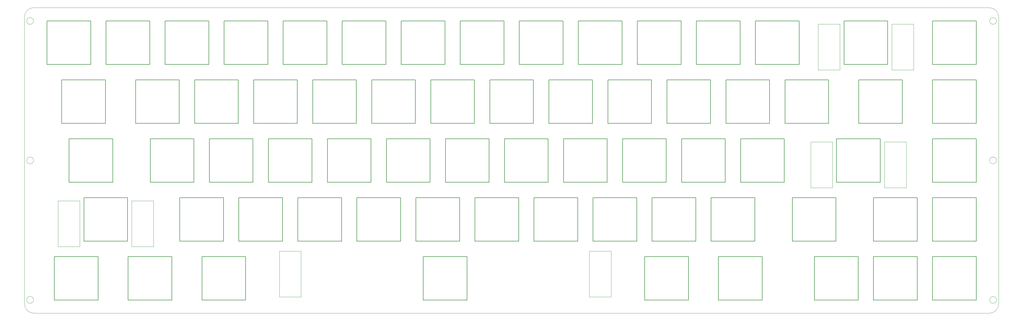
<source format=gm1>
G04 #@! TF.GenerationSoftware,KiCad,Pcbnew,(5.1.4)-1*
G04 #@! TF.CreationDate,2021-12-30T21:40:42+09:00*
G04 #@! TF.ProjectId,gl65,676c3635-2e6b-4696-9361-645f70636258,rev?*
G04 #@! TF.SameCoordinates,Original*
G04 #@! TF.FileFunction,Profile,NP*
%FSLAX46Y46*%
G04 Gerber Fmt 4.6, Leading zero omitted, Abs format (unit mm)*
G04 Created by KiCad (PCBNEW (5.1.4)-1) date 2021-12-30 21:40:42*
%MOMM*%
%LPD*%
G04 APERTURE LIST*
%ADD10C,0.100000*%
%ADD11C,0.150000*%
%ADD12C,0.120000*%
%ADD13C,0.010000*%
G04 APERTURE END LIST*
D10*
X17275000Y-116050000D02*
G75*
G02X14275000Y-113050000I0J3000000D01*
G01*
X14275000Y-20250000D02*
G75*
G02X17275000Y-17250000I3000000J0D01*
G01*
X325625000Y-17250000D02*
G75*
G02X328625000Y-20250000I0J-3000000D01*
G01*
X328625000Y-113050000D02*
G75*
G02X325625000Y-116050000I-3000000J0D01*
G01*
X328625000Y-113050000D02*
X328625000Y-20250000D01*
X17275000Y-116050000D02*
X325625000Y-116050000D01*
X14275000Y-20250000D02*
X14275000Y-113050000D01*
X325625000Y-17250000D02*
X17275000Y-17250000D01*
D11*
X47718750Y-97725000D02*
X61818750Y-97725000D01*
X61818750Y-97725000D02*
X61818750Y-111825000D01*
X61818750Y-111825000D02*
X47718750Y-111825000D01*
X47718750Y-111825000D02*
X47718750Y-97725000D01*
D12*
X203528750Y-110775000D02*
X196528750Y-110775000D01*
X203528750Y-95975000D02*
X203528750Y-110775000D01*
X196528750Y-95975000D02*
X203528750Y-95975000D01*
X196528750Y-110775000D02*
X196528750Y-95975000D01*
X96508750Y-110775000D02*
X103508750Y-110775000D01*
X96508750Y-95975000D02*
X96508750Y-110775000D01*
X103508750Y-95975000D02*
X96508750Y-95975000D01*
X103508750Y-110775000D02*
X103508750Y-95975000D01*
D11*
X157068750Y-111825000D02*
X142968750Y-111825000D01*
X142968750Y-111825000D02*
X142968750Y-97725000D01*
X142968750Y-97725000D02*
X157068750Y-97725000D01*
X157068750Y-97725000D02*
X157068750Y-111825000D01*
D12*
X267968750Y-60675000D02*
X274968750Y-60675000D01*
X267968750Y-75475000D02*
X267968750Y-60675000D01*
X274968750Y-75475000D02*
X267968750Y-75475000D01*
X274968750Y-60675000D02*
X274968750Y-75475000D01*
X298768750Y-60675000D02*
X291768750Y-60675000D01*
X298768750Y-75475000D02*
X298768750Y-60675000D01*
X291768750Y-75475000D02*
X298768750Y-75475000D01*
X291768750Y-60675000D02*
X291768750Y-75475000D01*
D11*
X276318750Y-59625000D02*
X290418750Y-59625000D01*
X290418750Y-59625000D02*
X290418750Y-73725000D01*
X290418750Y-73725000D02*
X276318750Y-73725000D01*
X276318750Y-73725000D02*
X276318750Y-59625000D01*
X283462500Y-40575000D02*
X297562500Y-40575000D01*
X297562500Y-40575000D02*
X297562500Y-54675000D01*
X297562500Y-54675000D02*
X283462500Y-54675000D01*
X283462500Y-54675000D02*
X283462500Y-40575000D01*
D12*
X270350000Y-22575000D02*
X277350000Y-22575000D01*
X270350000Y-37375000D02*
X270350000Y-22575000D01*
X277350000Y-37375000D02*
X270350000Y-37375000D01*
X277350000Y-22575000D02*
X277350000Y-37375000D01*
X301150000Y-22575000D02*
X294150000Y-22575000D01*
X301150000Y-37375000D02*
X301150000Y-22575000D01*
X294150000Y-37375000D02*
X301150000Y-37375000D01*
X294150000Y-22575000D02*
X294150000Y-37375000D01*
D11*
X278700000Y-21525000D02*
X292800000Y-21525000D01*
X292800000Y-21525000D02*
X292800000Y-35625000D01*
X292800000Y-35625000D02*
X278700000Y-35625000D01*
X278700000Y-35625000D02*
X278700000Y-21525000D01*
X262031250Y-92775000D02*
X262031250Y-78675000D01*
X276131250Y-92775000D02*
X262031250Y-92775000D01*
X276131250Y-78675000D02*
X276131250Y-92775000D01*
X262031250Y-78675000D02*
X276131250Y-78675000D01*
X28668750Y-73725000D02*
X28668750Y-59625000D01*
X42768750Y-73725000D02*
X28668750Y-73725000D01*
X42768750Y-59625000D02*
X42768750Y-73725000D01*
X28668750Y-59625000D02*
X42768750Y-59625000D01*
X214406250Y-111825000D02*
X214406250Y-97725000D01*
X228506250Y-111825000D02*
X214406250Y-111825000D01*
X228506250Y-97725000D02*
X228506250Y-111825000D01*
X214406250Y-97725000D02*
X228506250Y-97725000D01*
X238218750Y-111825000D02*
X238218750Y-97725000D01*
X252318750Y-111825000D02*
X238218750Y-111825000D01*
X252318750Y-97725000D02*
X252318750Y-111825000D01*
X238218750Y-97725000D02*
X252318750Y-97725000D01*
X23906250Y-111825000D02*
X23906250Y-97725000D01*
X38006250Y-111825000D02*
X23906250Y-111825000D01*
X38006250Y-97725000D02*
X38006250Y-111825000D01*
X23906250Y-97725000D02*
X38006250Y-97725000D01*
X71531250Y-111825000D02*
X71531250Y-97725000D01*
X85631250Y-111825000D02*
X71531250Y-111825000D01*
X85631250Y-97725000D02*
X85631250Y-111825000D01*
X71531250Y-97725000D02*
X85631250Y-97725000D01*
X33431250Y-92775000D02*
X33431250Y-78675000D01*
X47531250Y-92775000D02*
X33431250Y-92775000D01*
X47531250Y-78675000D02*
X47531250Y-92775000D01*
X33431250Y-78675000D02*
X47531250Y-78675000D01*
D12*
X48881250Y-79725000D02*
X48881250Y-94525000D01*
X48881250Y-94525000D02*
X55881250Y-94525000D01*
X55881250Y-94525000D02*
X55881250Y-79725000D01*
X55881250Y-79725000D02*
X48881250Y-79725000D01*
X32081250Y-79725000D02*
X32081250Y-94525000D01*
X32081250Y-94525000D02*
X25081250Y-94525000D01*
X25081250Y-94525000D02*
X25081250Y-79725000D01*
X25081250Y-79725000D02*
X32081250Y-79725000D01*
D11*
X26287500Y-40575000D02*
X40387500Y-40575000D01*
X40387500Y-40575000D02*
X40387500Y-54675000D01*
X40387500Y-54675000D02*
X26287500Y-54675000D01*
X26287500Y-54675000D02*
X26287500Y-40575000D01*
X288225000Y-111825000D02*
X288225000Y-97725000D01*
X302325000Y-111825000D02*
X288225000Y-111825000D01*
X302325000Y-97725000D02*
X302325000Y-111825000D01*
X288225000Y-97725000D02*
X302325000Y-97725000D01*
X307275000Y-111825000D02*
X307275000Y-97725000D01*
X321375000Y-111825000D02*
X307275000Y-111825000D01*
X321375000Y-97725000D02*
X321375000Y-111825000D01*
X307275000Y-97725000D02*
X321375000Y-97725000D01*
X269175000Y-111825000D02*
X269175000Y-97725000D01*
X283275000Y-111825000D02*
X269175000Y-111825000D01*
X283275000Y-97725000D02*
X283275000Y-111825000D01*
X269175000Y-97725000D02*
X283275000Y-97725000D01*
X307275000Y-73725000D02*
X307275000Y-59625000D01*
X321375000Y-73725000D02*
X307275000Y-73725000D01*
X321375000Y-59625000D02*
X321375000Y-73725000D01*
X307275000Y-59625000D02*
X321375000Y-59625000D01*
X307275000Y-54675000D02*
X307275000Y-40575000D01*
X321375000Y-54675000D02*
X307275000Y-54675000D01*
X321375000Y-40575000D02*
X321375000Y-54675000D01*
X307275000Y-40575000D02*
X321375000Y-40575000D01*
X307275000Y-21525000D02*
X321375000Y-21525000D01*
X321375000Y-21525000D02*
X321375000Y-35625000D01*
X321375000Y-35625000D02*
X307275000Y-35625000D01*
X307275000Y-35625000D02*
X307275000Y-21525000D01*
X307275000Y-92775000D02*
X307275000Y-78675000D01*
X321375000Y-92775000D02*
X307275000Y-92775000D01*
X321375000Y-78675000D02*
X321375000Y-92775000D01*
X307275000Y-78675000D02*
X321375000Y-78675000D01*
X259650000Y-54675000D02*
X259650000Y-40575000D01*
X273750000Y-54675000D02*
X259650000Y-54675000D01*
X273750000Y-40575000D02*
X273750000Y-54675000D01*
X259650000Y-40575000D02*
X273750000Y-40575000D01*
X245362500Y-73725000D02*
X245362500Y-59625000D01*
X259462500Y-73725000D02*
X245362500Y-73725000D01*
X259462500Y-59625000D02*
X259462500Y-73725000D01*
X245362500Y-59625000D02*
X259462500Y-59625000D01*
X212025000Y-35625000D02*
X212025000Y-21525000D01*
X226125000Y-35625000D02*
X212025000Y-35625000D01*
X226125000Y-21525000D02*
X226125000Y-35625000D01*
X212025000Y-21525000D02*
X226125000Y-21525000D01*
X250125000Y-35625000D02*
X250125000Y-21525000D01*
X264225000Y-35625000D02*
X250125000Y-35625000D01*
X264225000Y-21525000D02*
X264225000Y-35625000D01*
X250125000Y-21525000D02*
X264225000Y-21525000D01*
X240600000Y-54675000D02*
X240600000Y-40575000D01*
X254700000Y-54675000D02*
X240600000Y-54675000D01*
X254700000Y-40575000D02*
X254700000Y-54675000D01*
X240600000Y-40575000D02*
X254700000Y-40575000D01*
X226312500Y-73725000D02*
X226312500Y-59625000D01*
X240412500Y-73725000D02*
X226312500Y-73725000D01*
X240412500Y-59625000D02*
X240412500Y-73725000D01*
X226312500Y-59625000D02*
X240412500Y-59625000D01*
X221550000Y-54675000D02*
X221550000Y-40575000D01*
X235650000Y-54675000D02*
X221550000Y-54675000D01*
X235650000Y-40575000D02*
X235650000Y-54675000D01*
X221550000Y-40575000D02*
X235650000Y-40575000D01*
X235837500Y-92775000D02*
X235837500Y-78675000D01*
X249937500Y-92775000D02*
X235837500Y-92775000D01*
X249937500Y-78675000D02*
X249937500Y-92775000D01*
X235837500Y-78675000D02*
X249937500Y-78675000D01*
X231075000Y-35625000D02*
X231075000Y-21525000D01*
X245175000Y-35625000D02*
X231075000Y-35625000D01*
X245175000Y-21525000D02*
X245175000Y-35625000D01*
X231075000Y-21525000D02*
X245175000Y-21525000D01*
X288225000Y-92775000D02*
X288225000Y-78675000D01*
X302325000Y-92775000D02*
X288225000Y-92775000D01*
X302325000Y-78675000D02*
X302325000Y-92775000D01*
X288225000Y-78675000D02*
X302325000Y-78675000D01*
X183450000Y-54675000D02*
X183450000Y-40575000D01*
X197550000Y-54675000D02*
X183450000Y-54675000D01*
X197550000Y-40575000D02*
X197550000Y-54675000D01*
X183450000Y-40575000D02*
X197550000Y-40575000D01*
X207262500Y-73725000D02*
X207262500Y-59625000D01*
X221362500Y-73725000D02*
X207262500Y-73725000D01*
X221362500Y-59625000D02*
X221362500Y-73725000D01*
X207262500Y-59625000D02*
X221362500Y-59625000D01*
X164400000Y-54675000D02*
X164400000Y-40575000D01*
X178500000Y-54675000D02*
X164400000Y-54675000D01*
X178500000Y-40575000D02*
X178500000Y-54675000D01*
X164400000Y-40575000D02*
X178500000Y-40575000D01*
X197737500Y-92775000D02*
X197737500Y-78675000D01*
X211837500Y-92775000D02*
X197737500Y-92775000D01*
X211837500Y-78675000D02*
X211837500Y-92775000D01*
X197737500Y-78675000D02*
X211837500Y-78675000D01*
X154875000Y-35625000D02*
X154875000Y-21525000D01*
X168975000Y-35625000D02*
X154875000Y-35625000D01*
X168975000Y-21525000D02*
X168975000Y-35625000D01*
X154875000Y-21525000D02*
X168975000Y-21525000D01*
X216787500Y-92775000D02*
X216787500Y-78675000D01*
X230887500Y-92775000D02*
X216787500Y-92775000D01*
X230887500Y-78675000D02*
X230887500Y-92775000D01*
X216787500Y-78675000D02*
X230887500Y-78675000D01*
X169162500Y-73725000D02*
X169162500Y-59625000D01*
X183262500Y-73725000D02*
X169162500Y-73725000D01*
X183262500Y-59625000D02*
X183262500Y-73725000D01*
X169162500Y-59625000D02*
X183262500Y-59625000D01*
X173925000Y-35625000D02*
X173925000Y-21525000D01*
X188025000Y-35625000D02*
X173925000Y-35625000D01*
X188025000Y-21525000D02*
X188025000Y-35625000D01*
X173925000Y-21525000D02*
X188025000Y-21525000D01*
X202500000Y-54675000D02*
X202500000Y-40575000D01*
X216600000Y-54675000D02*
X202500000Y-54675000D01*
X216600000Y-40575000D02*
X216600000Y-54675000D01*
X202500000Y-40575000D02*
X216600000Y-40575000D01*
X192975000Y-35625000D02*
X192975000Y-21525000D01*
X207075000Y-35625000D02*
X192975000Y-35625000D01*
X207075000Y-21525000D02*
X207075000Y-35625000D01*
X192975000Y-21525000D02*
X207075000Y-21525000D01*
X178687500Y-92775000D02*
X178687500Y-78675000D01*
X192787500Y-92775000D02*
X178687500Y-92775000D01*
X192787500Y-78675000D02*
X192787500Y-92775000D01*
X178687500Y-78675000D02*
X192787500Y-78675000D01*
X188212500Y-73725000D02*
X188212500Y-59625000D01*
X202312500Y-73725000D02*
X188212500Y-73725000D01*
X202312500Y-59625000D02*
X202312500Y-73725000D01*
X188212500Y-59625000D02*
X202312500Y-59625000D01*
X135825000Y-35625000D02*
X135825000Y-21525000D01*
X149925000Y-35625000D02*
X135825000Y-35625000D01*
X149925000Y-21525000D02*
X149925000Y-35625000D01*
X135825000Y-21525000D02*
X149925000Y-21525000D01*
X131062500Y-73725000D02*
X131062500Y-59625000D01*
X145162500Y-73725000D02*
X131062500Y-73725000D01*
X145162500Y-59625000D02*
X145162500Y-73725000D01*
X131062500Y-59625000D02*
X145162500Y-59625000D01*
X121537500Y-92775000D02*
X121537500Y-78675000D01*
X135637500Y-92775000D02*
X121537500Y-92775000D01*
X135637500Y-78675000D02*
X135637500Y-92775000D01*
X121537500Y-78675000D02*
X135637500Y-78675000D01*
X116775000Y-35625000D02*
X116775000Y-21525000D01*
X130875000Y-35625000D02*
X116775000Y-35625000D01*
X130875000Y-21525000D02*
X130875000Y-35625000D01*
X116775000Y-21525000D02*
X130875000Y-21525000D01*
X150112500Y-73725000D02*
X150112500Y-59625000D01*
X164212500Y-73725000D02*
X150112500Y-73725000D01*
X164212500Y-59625000D02*
X164212500Y-73725000D01*
X150112500Y-59625000D02*
X164212500Y-59625000D01*
X145350000Y-54675000D02*
X145350000Y-40575000D01*
X159450000Y-54675000D02*
X145350000Y-54675000D01*
X159450000Y-40575000D02*
X159450000Y-54675000D01*
X145350000Y-40575000D02*
X159450000Y-40575000D01*
X140587500Y-92775000D02*
X140587500Y-78675000D01*
X154687500Y-92775000D02*
X140587500Y-92775000D01*
X154687500Y-78675000D02*
X154687500Y-92775000D01*
X140587500Y-78675000D02*
X154687500Y-78675000D01*
X126300000Y-54675000D02*
X126300000Y-40575000D01*
X140400000Y-54675000D02*
X126300000Y-54675000D01*
X140400000Y-40575000D02*
X140400000Y-54675000D01*
X126300000Y-40575000D02*
X140400000Y-40575000D01*
X112012500Y-73725000D02*
X112012500Y-59625000D01*
X126112500Y-73725000D02*
X112012500Y-73725000D01*
X126112500Y-59625000D02*
X126112500Y-73725000D01*
X112012500Y-59625000D02*
X126112500Y-59625000D01*
X159637500Y-92775000D02*
X159637500Y-78675000D01*
X173737500Y-92775000D02*
X159637500Y-92775000D01*
X173737500Y-78675000D02*
X173737500Y-92775000D01*
X159637500Y-78675000D02*
X173737500Y-78675000D01*
X97725000Y-35625000D02*
X97725000Y-21525000D01*
X111825000Y-35625000D02*
X97725000Y-35625000D01*
X111825000Y-21525000D02*
X111825000Y-35625000D01*
X97725000Y-21525000D02*
X111825000Y-21525000D01*
X107250000Y-54675000D02*
X107250000Y-40575000D01*
X121350000Y-54675000D02*
X107250000Y-54675000D01*
X121350000Y-40575000D02*
X121350000Y-54675000D01*
X107250000Y-40575000D02*
X121350000Y-40575000D01*
X92962500Y-73725000D02*
X92962500Y-59625000D01*
X107062500Y-73725000D02*
X92962500Y-73725000D01*
X107062500Y-59625000D02*
X107062500Y-73725000D01*
X92962500Y-59625000D02*
X107062500Y-59625000D01*
X78675000Y-35625000D02*
X78675000Y-21525000D01*
X92775000Y-35625000D02*
X78675000Y-35625000D01*
X92775000Y-21525000D02*
X92775000Y-35625000D01*
X78675000Y-21525000D02*
X92775000Y-21525000D01*
X102487500Y-92775000D02*
X102487500Y-78675000D01*
X116587500Y-92775000D02*
X102487500Y-92775000D01*
X116587500Y-78675000D02*
X116587500Y-92775000D01*
X102487500Y-78675000D02*
X116587500Y-78675000D01*
X88200000Y-54675000D02*
X88200000Y-40575000D01*
X102300000Y-54675000D02*
X88200000Y-54675000D01*
X102300000Y-40575000D02*
X102300000Y-54675000D01*
X88200000Y-40575000D02*
X102300000Y-40575000D01*
X83437500Y-92775000D02*
X83437500Y-78675000D01*
X97537500Y-92775000D02*
X83437500Y-92775000D01*
X97537500Y-78675000D02*
X97537500Y-92775000D01*
X83437500Y-78675000D02*
X97537500Y-78675000D01*
X73912500Y-73725000D02*
X73912500Y-59625000D01*
X88012500Y-73725000D02*
X73912500Y-73725000D01*
X88012500Y-59625000D02*
X88012500Y-73725000D01*
X73912500Y-59625000D02*
X88012500Y-59625000D01*
X59625000Y-35625000D02*
X59625000Y-21525000D01*
X73725000Y-35625000D02*
X59625000Y-35625000D01*
X73725000Y-21525000D02*
X73725000Y-35625000D01*
X59625000Y-21525000D02*
X73725000Y-21525000D01*
X69150000Y-54675000D02*
X69150000Y-40575000D01*
X83250000Y-54675000D02*
X69150000Y-54675000D01*
X83250000Y-40575000D02*
X83250000Y-54675000D01*
X69150000Y-40575000D02*
X83250000Y-40575000D01*
X54862500Y-73725000D02*
X54862500Y-59625000D01*
X68962500Y-73725000D02*
X54862500Y-73725000D01*
X68962500Y-59625000D02*
X68962500Y-73725000D01*
X54862500Y-59625000D02*
X68962500Y-59625000D01*
X64387500Y-92775000D02*
X64387500Y-78675000D01*
X78487500Y-92775000D02*
X64387500Y-92775000D01*
X78487500Y-78675000D02*
X78487500Y-92775000D01*
X64387500Y-78675000D02*
X78487500Y-78675000D01*
X21525000Y-35625000D02*
X21525000Y-21525000D01*
X35625000Y-35625000D02*
X21525000Y-35625000D01*
X35625000Y-21525000D02*
X35625000Y-35625000D01*
X21525000Y-21525000D02*
X35625000Y-21525000D01*
X40575000Y-35625000D02*
X40575000Y-21525000D01*
X54675000Y-35625000D02*
X40575000Y-35625000D01*
X54675000Y-21525000D02*
X54675000Y-35625000D01*
X40575000Y-21525000D02*
X54675000Y-21525000D01*
X50100000Y-54675000D02*
X50100000Y-40575000D01*
X64200000Y-54675000D02*
X50100000Y-54675000D01*
X64200000Y-40575000D02*
X64200000Y-54675000D01*
X50100000Y-40575000D02*
X64200000Y-40575000D01*
D13*
X327925000Y-111750000D02*
G75*
G03X327925000Y-111750000I-1100000J0D01*
G01*
X327925000Y-66650000D02*
G75*
G03X327925000Y-66650000I-1100000J0D01*
G01*
X327925000Y-21550000D02*
G75*
G03X327925000Y-21550000I-1100000J0D01*
G01*
X17175000Y-111750000D02*
G75*
G03X17175000Y-111750000I-1100000J0D01*
G01*
X17175000Y-66650000D02*
G75*
G03X17175000Y-66650000I-1100000J0D01*
G01*
X17175000Y-21550000D02*
G75*
G03X17175000Y-21550000I-1100000J0D01*
G01*
M02*

</source>
